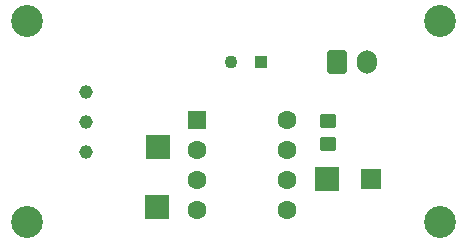
<source format=gbr>
%TF.GenerationSoftware,KiCad,Pcbnew,9.0.6*%
%TF.CreationDate,2026-01-19T07:30:14+01:00*%
%TF.ProjectId,Lumiere,4c756d69-6572-4652-9e6b-696361645f70,rev?*%
%TF.SameCoordinates,Original*%
%TF.FileFunction,Soldermask,Bot*%
%TF.FilePolarity,Negative*%
%FSLAX46Y46*%
G04 Gerber Fmt 4.6, Leading zero omitted, Abs format (unit mm)*
G04 Created by KiCad (PCBNEW 9.0.6) date 2026-01-19 07:30:14*
%MOMM*%
%LPD*%
G01*
G04 APERTURE LIST*
G04 Aperture macros list*
%AMRoundRect*
0 Rectangle with rounded corners*
0 $1 Rounding radius*
0 $2 $3 $4 $5 $6 $7 $8 $9 X,Y pos of 4 corners*
0 Add a 4 corners polygon primitive as box body*
4,1,4,$2,$3,$4,$5,$6,$7,$8,$9,$2,$3,0*
0 Add four circle primitives for the rounded corners*
1,1,$1+$1,$2,$3*
1,1,$1+$1,$4,$5*
1,1,$1+$1,$6,$7*
1,1,$1+$1,$8,$9*
0 Add four rect primitives between the rounded corners*
20,1,$1+$1,$2,$3,$4,$5,0*
20,1,$1+$1,$4,$5,$6,$7,0*
20,1,$1+$1,$6,$7,$8,$9,0*
20,1,$1+$1,$8,$9,$2,$3,0*%
G04 Aperture macros list end*
%ADD10C,2.700000*%
%ADD11RoundRect,0.250000X-0.550000X-0.550000X0.550000X-0.550000X0.550000X0.550000X-0.550000X0.550000X0*%
%ADD12C,1.600000*%
%ADD13R,2.000000X2.000000*%
%ADD14R,1.700000X1.700000*%
%ADD15R,1.100000X1.100000*%
%ADD16C,1.100000*%
%ADD17RoundRect,0.250000X-0.600000X-0.750000X0.600000X-0.750000X0.600000X0.750000X-0.600000X0.750000X0*%
%ADD18O,1.700000X2.000000*%
%ADD19C,1.150000*%
%ADD20RoundRect,0.250000X-0.450000X0.350000X-0.450000X-0.350000X0.450000X-0.350000X0.450000X0.350000X0*%
G04 APERTURE END LIST*
D10*
%TO.C,H5*%
X16030000Y-33090000D03*
%TD*%
D11*
%TO.C,U2*%
X30415000Y-24435000D03*
D12*
X30415000Y-26975000D03*
X30415000Y-29515000D03*
X30415000Y-32055000D03*
X38035000Y-32055000D03*
X38035000Y-29515000D03*
X38035000Y-26975000D03*
X38035000Y-24435000D03*
%TD*%
D13*
%TO.C,TP2*%
X41430000Y-29390000D03*
%TD*%
D14*
%TO.C,J4*%
X45130000Y-29390000D03*
%TD*%
D15*
%TO.C,R1*%
X35800000Y-19490000D03*
D16*
X33260000Y-19490000D03*
%TD*%
D17*
%TO.C,J8*%
X42280000Y-19565000D03*
D18*
X44780000Y-19565000D03*
%TD*%
D10*
%TO.C,H6*%
X16030000Y-16090000D03*
%TD*%
%TO.C,H2*%
X51030000Y-33090000D03*
%TD*%
%TO.C,H1*%
X51030000Y-16090000D03*
%TD*%
D13*
%TO.C,TP11*%
X27130000Y-26690000D03*
%TD*%
%TO.C,TP1*%
X27030000Y-31790000D03*
%TD*%
D19*
%TO.C,RVAR1*%
X21035000Y-27130000D03*
X21035000Y-24590000D03*
X21035000Y-22050000D03*
%TD*%
D20*
%TO.C,R3*%
X41500000Y-24500000D03*
X41500000Y-26500000D03*
%TD*%
M02*

</source>
